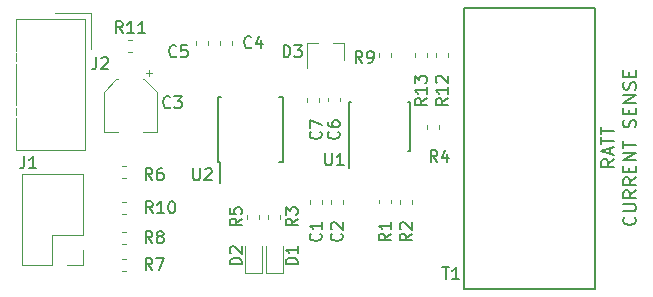
<source format=gbr>
G04 #@! TF.GenerationSoftware,KiCad,Pcbnew,(5.1.0)-1*
G04 #@! TF.CreationDate,2019-03-23T20:55:25-04:00*
G04 #@! TF.ProjectId,current_sense,63757272-656e-4745-9f73-656e73652e6b,rev?*
G04 #@! TF.SameCoordinates,Original*
G04 #@! TF.FileFunction,Legend,Top*
G04 #@! TF.FilePolarity,Positive*
%FSLAX46Y46*%
G04 Gerber Fmt 4.6, Leading zero omitted, Abs format (unit mm)*
G04 Created by KiCad (PCBNEW (5.1.0)-1) date 2019-03-23 20:55:25*
%MOMM*%
%LPD*%
G04 APERTURE LIST*
%ADD10C,0.200000*%
%ADD11C,0.120000*%
%ADD12C,0.150000*%
G04 APERTURE END LIST*
D10*
X156798619Y-58119047D02*
X156274809Y-58485714D01*
X156798619Y-58747619D02*
X155698619Y-58747619D01*
X155698619Y-58328571D01*
X155751000Y-58223809D01*
X155803380Y-58171428D01*
X155908142Y-58119047D01*
X156065285Y-58119047D01*
X156170047Y-58171428D01*
X156222428Y-58223809D01*
X156274809Y-58328571D01*
X156274809Y-58747619D01*
X156484333Y-57700000D02*
X156484333Y-57176190D01*
X156798619Y-57804761D02*
X155698619Y-57438095D01*
X156798619Y-57071428D01*
X155698619Y-56861904D02*
X155698619Y-56233333D01*
X156798619Y-56547619D02*
X155698619Y-56547619D01*
X155698619Y-56023809D02*
X155698619Y-55395238D01*
X156798619Y-55709523D02*
X155698619Y-55709523D01*
X158543857Y-63016666D02*
X158596238Y-63069047D01*
X158648619Y-63226190D01*
X158648619Y-63330952D01*
X158596238Y-63488095D01*
X158491476Y-63592857D01*
X158386714Y-63645238D01*
X158177190Y-63697619D01*
X158020047Y-63697619D01*
X157810523Y-63645238D01*
X157705761Y-63592857D01*
X157601000Y-63488095D01*
X157548619Y-63330952D01*
X157548619Y-63226190D01*
X157601000Y-63069047D01*
X157653380Y-63016666D01*
X157548619Y-62545238D02*
X158439095Y-62545238D01*
X158543857Y-62492857D01*
X158596238Y-62440476D01*
X158648619Y-62335714D01*
X158648619Y-62126190D01*
X158596238Y-62021428D01*
X158543857Y-61969047D01*
X158439095Y-61916666D01*
X157548619Y-61916666D01*
X158648619Y-60764285D02*
X158124809Y-61130952D01*
X158648619Y-61392857D02*
X157548619Y-61392857D01*
X157548619Y-60973809D01*
X157601000Y-60869047D01*
X157653380Y-60816666D01*
X157758142Y-60764285D01*
X157915285Y-60764285D01*
X158020047Y-60816666D01*
X158072428Y-60869047D01*
X158124809Y-60973809D01*
X158124809Y-61392857D01*
X158648619Y-59664285D02*
X158124809Y-60030952D01*
X158648619Y-60292857D02*
X157548619Y-60292857D01*
X157548619Y-59873809D01*
X157601000Y-59769047D01*
X157653380Y-59716666D01*
X157758142Y-59664285D01*
X157915285Y-59664285D01*
X158020047Y-59716666D01*
X158072428Y-59769047D01*
X158124809Y-59873809D01*
X158124809Y-60292857D01*
X158072428Y-59192857D02*
X158072428Y-58826190D01*
X158648619Y-58669047D02*
X158648619Y-59192857D01*
X157548619Y-59192857D01*
X157548619Y-58669047D01*
X158648619Y-58197619D02*
X157548619Y-58197619D01*
X158648619Y-57569047D01*
X157548619Y-57569047D01*
X157548619Y-57202380D02*
X157548619Y-56573809D01*
X158648619Y-56888095D02*
X157548619Y-56888095D01*
X158596238Y-55421428D02*
X158648619Y-55264285D01*
X158648619Y-55002380D01*
X158596238Y-54897619D01*
X158543857Y-54845238D01*
X158439095Y-54792857D01*
X158334333Y-54792857D01*
X158229571Y-54845238D01*
X158177190Y-54897619D01*
X158124809Y-55002380D01*
X158072428Y-55211904D01*
X158020047Y-55316666D01*
X157967666Y-55369047D01*
X157862904Y-55421428D01*
X157758142Y-55421428D01*
X157653380Y-55369047D01*
X157601000Y-55316666D01*
X157548619Y-55211904D01*
X157548619Y-54950000D01*
X157601000Y-54792857D01*
X158072428Y-54321428D02*
X158072428Y-53954761D01*
X158648619Y-53797619D02*
X158648619Y-54321428D01*
X157548619Y-54321428D01*
X157548619Y-53797619D01*
X158648619Y-53326190D02*
X157548619Y-53326190D01*
X158648619Y-52697619D01*
X157548619Y-52697619D01*
X158596238Y-52226190D02*
X158648619Y-52069047D01*
X158648619Y-51807142D01*
X158596238Y-51702380D01*
X158543857Y-51650000D01*
X158439095Y-51597619D01*
X158334333Y-51597619D01*
X158229571Y-51650000D01*
X158177190Y-51702380D01*
X158124809Y-51807142D01*
X158072428Y-52016666D01*
X158020047Y-52121428D01*
X157967666Y-52173809D01*
X157862904Y-52226190D01*
X157758142Y-52226190D01*
X157653380Y-52173809D01*
X157601000Y-52121428D01*
X157548619Y-52016666D01*
X157548619Y-51754761D01*
X157601000Y-51597619D01*
X158072428Y-51126190D02*
X158072428Y-50759523D01*
X158648619Y-50602380D02*
X158648619Y-51126190D01*
X157548619Y-51126190D01*
X157548619Y-50602380D01*
D11*
X140972000Y-49438779D02*
X140972000Y-49113221D01*
X139952000Y-49438779D02*
X139952000Y-49113221D01*
X142750000Y-49438779D02*
X142750000Y-49113221D01*
X141730000Y-49438779D02*
X141730000Y-49113221D01*
X130808000Y-52923221D02*
X130808000Y-53248779D01*
X131828000Y-52923221D02*
X131828000Y-53248779D01*
X132586000Y-52897721D02*
X132586000Y-53223279D01*
X133606000Y-52897721D02*
X133606000Y-53223279D01*
D12*
X144074000Y-45312000D02*
X144074000Y-69112000D01*
X155194000Y-45312000D02*
X155194000Y-69112000D01*
X155194000Y-69112000D02*
X144074000Y-69112000D01*
X155194000Y-45312000D02*
X144074000Y-45312000D01*
D11*
X131062000Y-61559221D02*
X131062000Y-61884779D01*
X132082000Y-61559221D02*
X132082000Y-61884779D01*
X132840000Y-61559221D02*
X132840000Y-61884779D01*
X133860000Y-61559221D02*
X133860000Y-61884779D01*
X117634000Y-50844000D02*
X117134000Y-50844000D01*
X117384000Y-50594000D02*
X117384000Y-51094000D01*
X114628437Y-51334000D02*
X113564000Y-52398437D01*
X117019563Y-51334000D02*
X118084000Y-52398437D01*
X117019563Y-51334000D02*
X116884000Y-51334000D01*
X114628437Y-51334000D02*
X114764000Y-51334000D01*
X113564000Y-52398437D02*
X113564000Y-55854000D01*
X118084000Y-52398437D02*
X118084000Y-55854000D01*
X118084000Y-55854000D02*
X116884000Y-55854000D01*
X113564000Y-55854000D02*
X114764000Y-55854000D01*
X124462000Y-48422779D02*
X124462000Y-48097221D01*
X123442000Y-48422779D02*
X123442000Y-48097221D01*
X122430000Y-48422779D02*
X122430000Y-48097221D01*
X121410000Y-48422779D02*
X121410000Y-48097221D01*
X128751000Y-67779000D02*
X128751000Y-65494000D01*
X127281000Y-67779000D02*
X128751000Y-67779000D01*
X127281000Y-65494000D02*
X127281000Y-67779000D01*
X126973000Y-67779000D02*
X126973000Y-65494000D01*
X125503000Y-67779000D02*
X126973000Y-67779000D01*
X125503000Y-65494000D02*
X125503000Y-67779000D01*
X133914000Y-48262000D02*
X133914000Y-49722000D01*
X130754000Y-48262000D02*
X130754000Y-50422000D01*
X130754000Y-48262000D02*
X131684000Y-48262000D01*
X133914000Y-48262000D02*
X132984000Y-48262000D01*
X111820000Y-67116000D02*
X110490000Y-67116000D01*
X111820000Y-65786000D02*
X111820000Y-67116000D01*
X109220000Y-67116000D02*
X106620000Y-67116000D01*
X109220000Y-64516000D02*
X109220000Y-67116000D01*
X111820000Y-64516000D02*
X109220000Y-64516000D01*
X106620000Y-67116000D02*
X106620000Y-59376000D01*
X111820000Y-64516000D02*
X111820000Y-59376000D01*
X111820000Y-59376000D02*
X106620000Y-59376000D01*
X106174000Y-54668000D02*
X106174000Y-57318000D01*
X106174000Y-46268000D02*
X106174000Y-48918000D01*
X106174000Y-57318000D02*
X112024000Y-57318000D01*
X106174000Y-50018000D02*
X106174000Y-53518000D01*
X106174000Y-46268000D02*
X112024000Y-46268000D01*
X112024000Y-46268000D02*
X112024000Y-57318000D01*
X106174000Y-49168000D02*
X106174000Y-49768000D01*
X106174000Y-53768000D02*
X106174000Y-54368000D01*
X109474000Y-45768000D02*
X112474000Y-45768000D01*
X112474000Y-45768000D02*
X112474000Y-48768000D01*
X137924000Y-61859279D02*
X137924000Y-61533721D01*
X136904000Y-61859279D02*
X136904000Y-61533721D01*
X138682000Y-61559221D02*
X138682000Y-61884779D01*
X139702000Y-61559221D02*
X139702000Y-61884779D01*
X128526000Y-63154779D02*
X128526000Y-62829221D01*
X127506000Y-63154779D02*
X127506000Y-62829221D01*
X140942500Y-55209221D02*
X140942500Y-55534779D01*
X141962500Y-55209221D02*
X141962500Y-55534779D01*
X126748000Y-63154779D02*
X126748000Y-62829221D01*
X125728000Y-63154779D02*
X125728000Y-62829221D01*
X115478779Y-58672000D02*
X115153221Y-58672000D01*
X115478779Y-59692000D02*
X115153221Y-59692000D01*
X115153221Y-67566000D02*
X115478779Y-67566000D01*
X115153221Y-66546000D02*
X115478779Y-66546000D01*
X115153221Y-65280000D02*
X115478779Y-65280000D01*
X115153221Y-64260000D02*
X115478779Y-64260000D01*
X137924000Y-49438779D02*
X137924000Y-49113221D01*
X136904000Y-49438779D02*
X136904000Y-49113221D01*
X115153221Y-62740000D02*
X115478779Y-62740000D01*
X115153221Y-61720000D02*
X115478779Y-61720000D01*
X115986779Y-48004000D02*
X115661221Y-48004000D01*
X115986779Y-49024000D02*
X115661221Y-49024000D01*
D12*
X134381000Y-57447000D02*
X134381000Y-58847000D01*
X139481000Y-57447000D02*
X139481000Y-53297000D01*
X134331000Y-57447000D02*
X134331000Y-53297000D01*
X139481000Y-57447000D02*
X139336000Y-57447000D01*
X139481000Y-53297000D02*
X139336000Y-53297000D01*
X134331000Y-53297000D02*
X134476000Y-53297000D01*
X134331000Y-57447000D02*
X134381000Y-57447000D01*
X123434000Y-58376000D02*
X123434000Y-60126000D01*
X128739000Y-58376000D02*
X128739000Y-52876000D01*
X123229000Y-58376000D02*
X123229000Y-52876000D01*
X128739000Y-58376000D02*
X128439000Y-58376000D01*
X128739000Y-52876000D02*
X128439000Y-52876000D01*
X123229000Y-52876000D02*
X123529000Y-52876000D01*
X123229000Y-58376000D02*
X123434000Y-58376000D01*
X140914380Y-52966857D02*
X140438190Y-53300190D01*
X140914380Y-53538285D02*
X139914380Y-53538285D01*
X139914380Y-53157333D01*
X139962000Y-53062095D01*
X140009619Y-53014476D01*
X140104857Y-52966857D01*
X140247714Y-52966857D01*
X140342952Y-53014476D01*
X140390571Y-53062095D01*
X140438190Y-53157333D01*
X140438190Y-53538285D01*
X140914380Y-52014476D02*
X140914380Y-52585904D01*
X140914380Y-52300190D02*
X139914380Y-52300190D01*
X140057238Y-52395428D01*
X140152476Y-52490666D01*
X140200095Y-52585904D01*
X139914380Y-51681142D02*
X139914380Y-51062095D01*
X140295333Y-51395428D01*
X140295333Y-51252571D01*
X140342952Y-51157333D01*
X140390571Y-51109714D01*
X140485809Y-51062095D01*
X140723904Y-51062095D01*
X140819142Y-51109714D01*
X140866761Y-51157333D01*
X140914380Y-51252571D01*
X140914380Y-51538285D01*
X140866761Y-51633523D01*
X140819142Y-51681142D01*
X142692380Y-52966857D02*
X142216190Y-53300190D01*
X142692380Y-53538285D02*
X141692380Y-53538285D01*
X141692380Y-53157333D01*
X141740000Y-53062095D01*
X141787619Y-53014476D01*
X141882857Y-52966857D01*
X142025714Y-52966857D01*
X142120952Y-53014476D01*
X142168571Y-53062095D01*
X142216190Y-53157333D01*
X142216190Y-53538285D01*
X142692380Y-52014476D02*
X142692380Y-52585904D01*
X142692380Y-52300190D02*
X141692380Y-52300190D01*
X141835238Y-52395428D01*
X141930476Y-52490666D01*
X141978095Y-52585904D01*
X141787619Y-51633523D02*
X141740000Y-51585904D01*
X141692380Y-51490666D01*
X141692380Y-51252571D01*
X141740000Y-51157333D01*
X141787619Y-51109714D01*
X141882857Y-51062095D01*
X141978095Y-51062095D01*
X142120952Y-51109714D01*
X142692380Y-51681142D01*
X142692380Y-51062095D01*
X131929142Y-55792666D02*
X131976761Y-55840285D01*
X132024380Y-55983142D01*
X132024380Y-56078380D01*
X131976761Y-56221238D01*
X131881523Y-56316476D01*
X131786285Y-56364095D01*
X131595809Y-56411714D01*
X131452952Y-56411714D01*
X131262476Y-56364095D01*
X131167238Y-56316476D01*
X131072000Y-56221238D01*
X131024380Y-56078380D01*
X131024380Y-55983142D01*
X131072000Y-55840285D01*
X131119619Y-55792666D01*
X131024380Y-55459333D02*
X131024380Y-54792666D01*
X132024380Y-55221238D01*
X133453142Y-55792666D02*
X133500761Y-55840285D01*
X133548380Y-55983142D01*
X133548380Y-56078380D01*
X133500761Y-56221238D01*
X133405523Y-56316476D01*
X133310285Y-56364095D01*
X133119809Y-56411714D01*
X132976952Y-56411714D01*
X132786476Y-56364095D01*
X132691238Y-56316476D01*
X132596000Y-56221238D01*
X132548380Y-56078380D01*
X132548380Y-55983142D01*
X132596000Y-55840285D01*
X132643619Y-55792666D01*
X132548380Y-54935523D02*
X132548380Y-55126000D01*
X132596000Y-55221238D01*
X132643619Y-55268857D01*
X132786476Y-55364095D01*
X132976952Y-55411714D01*
X133357904Y-55411714D01*
X133453142Y-55364095D01*
X133500761Y-55316476D01*
X133548380Y-55221238D01*
X133548380Y-55030761D01*
X133500761Y-54935523D01*
X133453142Y-54887904D01*
X133357904Y-54840285D01*
X133119809Y-54840285D01*
X133024571Y-54887904D01*
X132976952Y-54935523D01*
X132929333Y-55030761D01*
X132929333Y-55221238D01*
X132976952Y-55316476D01*
X133024571Y-55364095D01*
X133119809Y-55411714D01*
X142240095Y-67270380D02*
X142811523Y-67270380D01*
X142525809Y-68270380D02*
X142525809Y-67270380D01*
X143668666Y-68270380D02*
X143097238Y-68270380D01*
X143382952Y-68270380D02*
X143382952Y-67270380D01*
X143287714Y-67413238D01*
X143192476Y-67508476D01*
X143097238Y-67556095D01*
X131929142Y-64428666D02*
X131976761Y-64476285D01*
X132024380Y-64619142D01*
X132024380Y-64714380D01*
X131976761Y-64857238D01*
X131881523Y-64952476D01*
X131786285Y-65000095D01*
X131595809Y-65047714D01*
X131452952Y-65047714D01*
X131262476Y-65000095D01*
X131167238Y-64952476D01*
X131072000Y-64857238D01*
X131024380Y-64714380D01*
X131024380Y-64619142D01*
X131072000Y-64476285D01*
X131119619Y-64428666D01*
X132024380Y-63476285D02*
X132024380Y-64047714D01*
X132024380Y-63762000D02*
X131024380Y-63762000D01*
X131167238Y-63857238D01*
X131262476Y-63952476D01*
X131310095Y-64047714D01*
X133707142Y-64428666D02*
X133754761Y-64476285D01*
X133802380Y-64619142D01*
X133802380Y-64714380D01*
X133754761Y-64857238D01*
X133659523Y-64952476D01*
X133564285Y-65000095D01*
X133373809Y-65047714D01*
X133230952Y-65047714D01*
X133040476Y-65000095D01*
X132945238Y-64952476D01*
X132850000Y-64857238D01*
X132802380Y-64714380D01*
X132802380Y-64619142D01*
X132850000Y-64476285D01*
X132897619Y-64428666D01*
X132897619Y-64047714D02*
X132850000Y-64000095D01*
X132802380Y-63904857D01*
X132802380Y-63666761D01*
X132850000Y-63571523D01*
X132897619Y-63523904D01*
X132992857Y-63476285D01*
X133088095Y-63476285D01*
X133230952Y-63523904D01*
X133802380Y-64095333D01*
X133802380Y-63476285D01*
X119213333Y-53697142D02*
X119165714Y-53744761D01*
X119022857Y-53792380D01*
X118927619Y-53792380D01*
X118784761Y-53744761D01*
X118689523Y-53649523D01*
X118641904Y-53554285D01*
X118594285Y-53363809D01*
X118594285Y-53220952D01*
X118641904Y-53030476D01*
X118689523Y-52935238D01*
X118784761Y-52840000D01*
X118927619Y-52792380D01*
X119022857Y-52792380D01*
X119165714Y-52840000D01*
X119213333Y-52887619D01*
X119546666Y-52792380D02*
X120165714Y-52792380D01*
X119832380Y-53173333D01*
X119975238Y-53173333D01*
X120070476Y-53220952D01*
X120118095Y-53268571D01*
X120165714Y-53363809D01*
X120165714Y-53601904D01*
X120118095Y-53697142D01*
X120070476Y-53744761D01*
X119975238Y-53792380D01*
X119689523Y-53792380D01*
X119594285Y-53744761D01*
X119546666Y-53697142D01*
X126071333Y-48617142D02*
X126023714Y-48664761D01*
X125880857Y-48712380D01*
X125785619Y-48712380D01*
X125642761Y-48664761D01*
X125547523Y-48569523D01*
X125499904Y-48474285D01*
X125452285Y-48283809D01*
X125452285Y-48140952D01*
X125499904Y-47950476D01*
X125547523Y-47855238D01*
X125642761Y-47760000D01*
X125785619Y-47712380D01*
X125880857Y-47712380D01*
X126023714Y-47760000D01*
X126071333Y-47807619D01*
X126928476Y-48045714D02*
X126928476Y-48712380D01*
X126690380Y-47664761D02*
X126452285Y-48379047D01*
X127071333Y-48379047D01*
X119721333Y-49379142D02*
X119673714Y-49426761D01*
X119530857Y-49474380D01*
X119435619Y-49474380D01*
X119292761Y-49426761D01*
X119197523Y-49331523D01*
X119149904Y-49236285D01*
X119102285Y-49045809D01*
X119102285Y-48902952D01*
X119149904Y-48712476D01*
X119197523Y-48617238D01*
X119292761Y-48522000D01*
X119435619Y-48474380D01*
X119530857Y-48474380D01*
X119673714Y-48522000D01*
X119721333Y-48569619D01*
X120626095Y-48474380D02*
X120149904Y-48474380D01*
X120102285Y-48950571D01*
X120149904Y-48902952D01*
X120245142Y-48855333D01*
X120483238Y-48855333D01*
X120578476Y-48902952D01*
X120626095Y-48950571D01*
X120673714Y-49045809D01*
X120673714Y-49283904D01*
X120626095Y-49379142D01*
X120578476Y-49426761D01*
X120483238Y-49474380D01*
X120245142Y-49474380D01*
X120149904Y-49426761D01*
X120102285Y-49379142D01*
X129992380Y-67032095D02*
X128992380Y-67032095D01*
X128992380Y-66794000D01*
X129040000Y-66651142D01*
X129135238Y-66555904D01*
X129230476Y-66508285D01*
X129420952Y-66460666D01*
X129563809Y-66460666D01*
X129754285Y-66508285D01*
X129849523Y-66555904D01*
X129944761Y-66651142D01*
X129992380Y-66794000D01*
X129992380Y-67032095D01*
X129992380Y-65508285D02*
X129992380Y-66079714D01*
X129992380Y-65794000D02*
X128992380Y-65794000D01*
X129135238Y-65889238D01*
X129230476Y-65984476D01*
X129278095Y-66079714D01*
X125260380Y-67032095D02*
X124260380Y-67032095D01*
X124260380Y-66794000D01*
X124308000Y-66651142D01*
X124403238Y-66555904D01*
X124498476Y-66508285D01*
X124688952Y-66460666D01*
X124831809Y-66460666D01*
X125022285Y-66508285D01*
X125117523Y-66555904D01*
X125212761Y-66651142D01*
X125260380Y-66794000D01*
X125260380Y-67032095D01*
X124355619Y-66079714D02*
X124308000Y-66032095D01*
X124260380Y-65936857D01*
X124260380Y-65698761D01*
X124308000Y-65603523D01*
X124355619Y-65555904D01*
X124450857Y-65508285D01*
X124546095Y-65508285D01*
X124688952Y-65555904D01*
X125260380Y-66127333D01*
X125260380Y-65508285D01*
X128801904Y-49474380D02*
X128801904Y-48474380D01*
X129040000Y-48474380D01*
X129182857Y-48522000D01*
X129278095Y-48617238D01*
X129325714Y-48712476D01*
X129373333Y-48902952D01*
X129373333Y-49045809D01*
X129325714Y-49236285D01*
X129278095Y-49331523D01*
X129182857Y-49426761D01*
X129040000Y-49474380D01*
X128801904Y-49474380D01*
X129706666Y-48474380D02*
X130325714Y-48474380D01*
X129992380Y-48855333D01*
X130135238Y-48855333D01*
X130230476Y-48902952D01*
X130278095Y-48950571D01*
X130325714Y-49045809D01*
X130325714Y-49283904D01*
X130278095Y-49379142D01*
X130230476Y-49426761D01*
X130135238Y-49474380D01*
X129849523Y-49474380D01*
X129754285Y-49426761D01*
X129706666Y-49379142D01*
X106854666Y-57872380D02*
X106854666Y-58586666D01*
X106807047Y-58729523D01*
X106711809Y-58824761D01*
X106568952Y-58872380D01*
X106473714Y-58872380D01*
X107854666Y-58872380D02*
X107283238Y-58872380D01*
X107568952Y-58872380D02*
X107568952Y-57872380D01*
X107473714Y-58015238D01*
X107378476Y-58110476D01*
X107283238Y-58158095D01*
X112950666Y-49490380D02*
X112950666Y-50204666D01*
X112903047Y-50347523D01*
X112807809Y-50442761D01*
X112664952Y-50490380D01*
X112569714Y-50490380D01*
X113379238Y-49585619D02*
X113426857Y-49538000D01*
X113522095Y-49490380D01*
X113760190Y-49490380D01*
X113855428Y-49538000D01*
X113903047Y-49585619D01*
X113950666Y-49680857D01*
X113950666Y-49776095D01*
X113903047Y-49918952D01*
X113331619Y-50490380D01*
X113950666Y-50490380D01*
X137866380Y-64428666D02*
X137390190Y-64762000D01*
X137866380Y-65000095D02*
X136866380Y-65000095D01*
X136866380Y-64619142D01*
X136914000Y-64523904D01*
X136961619Y-64476285D01*
X137056857Y-64428666D01*
X137199714Y-64428666D01*
X137294952Y-64476285D01*
X137342571Y-64523904D01*
X137390190Y-64619142D01*
X137390190Y-65000095D01*
X137866380Y-63476285D02*
X137866380Y-64047714D01*
X137866380Y-63762000D02*
X136866380Y-63762000D01*
X137009238Y-63857238D01*
X137104476Y-63952476D01*
X137152095Y-64047714D01*
X139644380Y-64428666D02*
X139168190Y-64762000D01*
X139644380Y-65000095D02*
X138644380Y-65000095D01*
X138644380Y-64619142D01*
X138692000Y-64523904D01*
X138739619Y-64476285D01*
X138834857Y-64428666D01*
X138977714Y-64428666D01*
X139072952Y-64476285D01*
X139120571Y-64523904D01*
X139168190Y-64619142D01*
X139168190Y-65000095D01*
X138739619Y-64047714D02*
X138692000Y-64000095D01*
X138644380Y-63904857D01*
X138644380Y-63666761D01*
X138692000Y-63571523D01*
X138739619Y-63523904D01*
X138834857Y-63476285D01*
X138930095Y-63476285D01*
X139072952Y-63523904D01*
X139644380Y-64095333D01*
X139644380Y-63476285D01*
X129992380Y-63158666D02*
X129516190Y-63492000D01*
X129992380Y-63730095D02*
X128992380Y-63730095D01*
X128992380Y-63349142D01*
X129040000Y-63253904D01*
X129087619Y-63206285D01*
X129182857Y-63158666D01*
X129325714Y-63158666D01*
X129420952Y-63206285D01*
X129468571Y-63253904D01*
X129516190Y-63349142D01*
X129516190Y-63730095D01*
X128992380Y-62825333D02*
X128992380Y-62206285D01*
X129373333Y-62539619D01*
X129373333Y-62396761D01*
X129420952Y-62301523D01*
X129468571Y-62253904D01*
X129563809Y-62206285D01*
X129801904Y-62206285D01*
X129897142Y-62253904D01*
X129944761Y-62301523D01*
X129992380Y-62396761D01*
X129992380Y-62682476D01*
X129944761Y-62777714D01*
X129897142Y-62825333D01*
X141819333Y-58364380D02*
X141486000Y-57888190D01*
X141247904Y-58364380D02*
X141247904Y-57364380D01*
X141628857Y-57364380D01*
X141724095Y-57412000D01*
X141771714Y-57459619D01*
X141819333Y-57554857D01*
X141819333Y-57697714D01*
X141771714Y-57792952D01*
X141724095Y-57840571D01*
X141628857Y-57888190D01*
X141247904Y-57888190D01*
X142676476Y-57697714D02*
X142676476Y-58364380D01*
X142438380Y-57316761D02*
X142200285Y-58031047D01*
X142819333Y-58031047D01*
X125260380Y-63158666D02*
X124784190Y-63492000D01*
X125260380Y-63730095D02*
X124260380Y-63730095D01*
X124260380Y-63349142D01*
X124308000Y-63253904D01*
X124355619Y-63206285D01*
X124450857Y-63158666D01*
X124593714Y-63158666D01*
X124688952Y-63206285D01*
X124736571Y-63253904D01*
X124784190Y-63349142D01*
X124784190Y-63730095D01*
X124260380Y-62253904D02*
X124260380Y-62730095D01*
X124736571Y-62777714D01*
X124688952Y-62730095D01*
X124641333Y-62634857D01*
X124641333Y-62396761D01*
X124688952Y-62301523D01*
X124736571Y-62253904D01*
X124831809Y-62206285D01*
X125069904Y-62206285D01*
X125165142Y-62253904D01*
X125212761Y-62301523D01*
X125260380Y-62396761D01*
X125260380Y-62634857D01*
X125212761Y-62730095D01*
X125165142Y-62777714D01*
X117689333Y-59888380D02*
X117356000Y-59412190D01*
X117117904Y-59888380D02*
X117117904Y-58888380D01*
X117498857Y-58888380D01*
X117594095Y-58936000D01*
X117641714Y-58983619D01*
X117689333Y-59078857D01*
X117689333Y-59221714D01*
X117641714Y-59316952D01*
X117594095Y-59364571D01*
X117498857Y-59412190D01*
X117117904Y-59412190D01*
X118546476Y-58888380D02*
X118356000Y-58888380D01*
X118260761Y-58936000D01*
X118213142Y-58983619D01*
X118117904Y-59126476D01*
X118070285Y-59316952D01*
X118070285Y-59697904D01*
X118117904Y-59793142D01*
X118165523Y-59840761D01*
X118260761Y-59888380D01*
X118451238Y-59888380D01*
X118546476Y-59840761D01*
X118594095Y-59793142D01*
X118641714Y-59697904D01*
X118641714Y-59459809D01*
X118594095Y-59364571D01*
X118546476Y-59316952D01*
X118451238Y-59269333D01*
X118260761Y-59269333D01*
X118165523Y-59316952D01*
X118117904Y-59364571D01*
X118070285Y-59459809D01*
X117689333Y-67508380D02*
X117356000Y-67032190D01*
X117117904Y-67508380D02*
X117117904Y-66508380D01*
X117498857Y-66508380D01*
X117594095Y-66556000D01*
X117641714Y-66603619D01*
X117689333Y-66698857D01*
X117689333Y-66841714D01*
X117641714Y-66936952D01*
X117594095Y-66984571D01*
X117498857Y-67032190D01*
X117117904Y-67032190D01*
X118022666Y-66508380D02*
X118689333Y-66508380D01*
X118260761Y-67508380D01*
X117689333Y-65222380D02*
X117356000Y-64746190D01*
X117117904Y-65222380D02*
X117117904Y-64222380D01*
X117498857Y-64222380D01*
X117594095Y-64270000D01*
X117641714Y-64317619D01*
X117689333Y-64412857D01*
X117689333Y-64555714D01*
X117641714Y-64650952D01*
X117594095Y-64698571D01*
X117498857Y-64746190D01*
X117117904Y-64746190D01*
X118260761Y-64650952D02*
X118165523Y-64603333D01*
X118117904Y-64555714D01*
X118070285Y-64460476D01*
X118070285Y-64412857D01*
X118117904Y-64317619D01*
X118165523Y-64270000D01*
X118260761Y-64222380D01*
X118451238Y-64222380D01*
X118546476Y-64270000D01*
X118594095Y-64317619D01*
X118641714Y-64412857D01*
X118641714Y-64460476D01*
X118594095Y-64555714D01*
X118546476Y-64603333D01*
X118451238Y-64650952D01*
X118260761Y-64650952D01*
X118165523Y-64698571D01*
X118117904Y-64746190D01*
X118070285Y-64841428D01*
X118070285Y-65031904D01*
X118117904Y-65127142D01*
X118165523Y-65174761D01*
X118260761Y-65222380D01*
X118451238Y-65222380D01*
X118546476Y-65174761D01*
X118594095Y-65127142D01*
X118641714Y-65031904D01*
X118641714Y-64841428D01*
X118594095Y-64746190D01*
X118546476Y-64698571D01*
X118451238Y-64650952D01*
X135469333Y-49956880D02*
X135136000Y-49480690D01*
X134897904Y-49956880D02*
X134897904Y-48956880D01*
X135278857Y-48956880D01*
X135374095Y-49004500D01*
X135421714Y-49052119D01*
X135469333Y-49147357D01*
X135469333Y-49290214D01*
X135421714Y-49385452D01*
X135374095Y-49433071D01*
X135278857Y-49480690D01*
X134897904Y-49480690D01*
X135945523Y-49956880D02*
X136136000Y-49956880D01*
X136231238Y-49909261D01*
X136278857Y-49861642D01*
X136374095Y-49718785D01*
X136421714Y-49528309D01*
X136421714Y-49147357D01*
X136374095Y-49052119D01*
X136326476Y-49004500D01*
X136231238Y-48956880D01*
X136040761Y-48956880D01*
X135945523Y-49004500D01*
X135897904Y-49052119D01*
X135850285Y-49147357D01*
X135850285Y-49385452D01*
X135897904Y-49480690D01*
X135945523Y-49528309D01*
X136040761Y-49575928D01*
X136231238Y-49575928D01*
X136326476Y-49528309D01*
X136374095Y-49480690D01*
X136421714Y-49385452D01*
X117721142Y-62682380D02*
X117387809Y-62206190D01*
X117149714Y-62682380D02*
X117149714Y-61682380D01*
X117530666Y-61682380D01*
X117625904Y-61730000D01*
X117673523Y-61777619D01*
X117721142Y-61872857D01*
X117721142Y-62015714D01*
X117673523Y-62110952D01*
X117625904Y-62158571D01*
X117530666Y-62206190D01*
X117149714Y-62206190D01*
X118673523Y-62682380D02*
X118102095Y-62682380D01*
X118387809Y-62682380D02*
X118387809Y-61682380D01*
X118292571Y-61825238D01*
X118197333Y-61920476D01*
X118102095Y-61968095D01*
X119292571Y-61682380D02*
X119387809Y-61682380D01*
X119483047Y-61730000D01*
X119530666Y-61777619D01*
X119578285Y-61872857D01*
X119625904Y-62063333D01*
X119625904Y-62301428D01*
X119578285Y-62491904D01*
X119530666Y-62587142D01*
X119483047Y-62634761D01*
X119387809Y-62682380D01*
X119292571Y-62682380D01*
X119197333Y-62634761D01*
X119149714Y-62587142D01*
X119102095Y-62491904D01*
X119054476Y-62301428D01*
X119054476Y-62063333D01*
X119102095Y-61872857D01*
X119149714Y-61777619D01*
X119197333Y-61730000D01*
X119292571Y-61682380D01*
X115181142Y-47442380D02*
X114847809Y-46966190D01*
X114609714Y-47442380D02*
X114609714Y-46442380D01*
X114990666Y-46442380D01*
X115085904Y-46490000D01*
X115133523Y-46537619D01*
X115181142Y-46632857D01*
X115181142Y-46775714D01*
X115133523Y-46870952D01*
X115085904Y-46918571D01*
X114990666Y-46966190D01*
X114609714Y-46966190D01*
X116133523Y-47442380D02*
X115562095Y-47442380D01*
X115847809Y-47442380D02*
X115847809Y-46442380D01*
X115752571Y-46585238D01*
X115657333Y-46680476D01*
X115562095Y-46728095D01*
X117085904Y-47442380D02*
X116514476Y-47442380D01*
X116800190Y-47442380D02*
X116800190Y-46442380D01*
X116704952Y-46585238D01*
X116609714Y-46680476D01*
X116514476Y-46728095D01*
X132334095Y-57618380D02*
X132334095Y-58427904D01*
X132381714Y-58523142D01*
X132429333Y-58570761D01*
X132524571Y-58618380D01*
X132715047Y-58618380D01*
X132810285Y-58570761D01*
X132857904Y-58523142D01*
X132905523Y-58427904D01*
X132905523Y-57618380D01*
X133905523Y-58618380D02*
X133334095Y-58618380D01*
X133619809Y-58618380D02*
X133619809Y-57618380D01*
X133524571Y-57761238D01*
X133429333Y-57856476D01*
X133334095Y-57904095D01*
X121158095Y-58888380D02*
X121158095Y-59697904D01*
X121205714Y-59793142D01*
X121253333Y-59840761D01*
X121348571Y-59888380D01*
X121539047Y-59888380D01*
X121634285Y-59840761D01*
X121681904Y-59793142D01*
X121729523Y-59697904D01*
X121729523Y-58888380D01*
X122158095Y-58983619D02*
X122205714Y-58936000D01*
X122300952Y-58888380D01*
X122539047Y-58888380D01*
X122634285Y-58936000D01*
X122681904Y-58983619D01*
X122729523Y-59078857D01*
X122729523Y-59174095D01*
X122681904Y-59316952D01*
X122110476Y-59888380D01*
X122729523Y-59888380D01*
M02*

</source>
